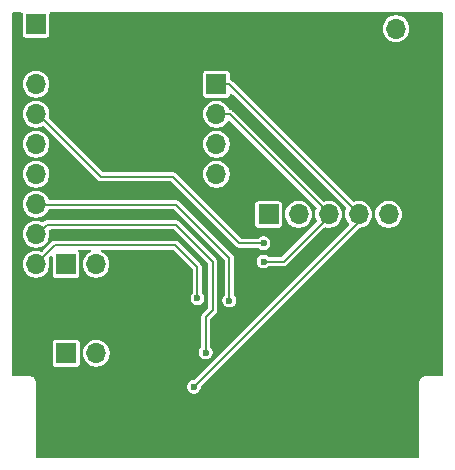
<source format=gbr>
%TF.GenerationSoftware,KiCad,Pcbnew,9.0.0*%
%TF.CreationDate,2025-06-13T13:21:56+01:00*%
%TF.ProjectId,KiCAD_uPicomac3_4,4b694341-445f-4755-9069-636f6d616333,rev?*%
%TF.SameCoordinates,Original*%
%TF.FileFunction,Copper,L2,Bot*%
%TF.FilePolarity,Positive*%
%FSLAX46Y46*%
G04 Gerber Fmt 4.6, Leading zero omitted, Abs format (unit mm)*
G04 Created by KiCad (PCBNEW 9.0.0) date 2025-06-13 13:21:56*
%MOMM*%
%LPD*%
G01*
G04 APERTURE LIST*
%TA.AperFunction,ComponentPad*%
%ADD10R,1.700000X1.700000*%
%TD*%
%TA.AperFunction,ComponentPad*%
%ADD11O,1.700000X1.700000*%
%TD*%
%TA.AperFunction,ViaPad*%
%ADD12C,0.600000*%
%TD*%
%TA.AperFunction,Conductor*%
%ADD13C,0.200000*%
%TD*%
G04 APERTURE END LIST*
D10*
%TO.P,J9,1,Pin_1*%
%TO.N,GND*%
X130680000Y-51179301D03*
D11*
%TO.P,J9,2,Pin_2*%
%TO.N,Net-(D1-A)*%
X133220000Y-51179301D03*
%TD*%
D10*
%TO.P,J6,1,GP2*%
%TO.N,Net-(J1-SCl)*%
X118005000Y-55890000D03*
D11*
%TO.P,J6,2,GP3*%
%TO.N,Net-(J1-STX)*%
X118005000Y-58430000D03*
%TO.P,J6,3,GP4*%
%TO.N,Net-(J2-Pin_5)*%
X118005000Y-60970000D03*
%TO.P,J6,4,GP5*%
%TO.N,Net-(J2-Pin_2)*%
X118005000Y-63510000D03*
%TD*%
D10*
%TO.P,J2,1,Pin_1*%
%TO.N,Net-(J1-3.3v)*%
X122416803Y-66904054D03*
D11*
%TO.P,J2,2,Pin_2*%
%TO.N,Net-(J2-Pin_2)*%
X124956803Y-66904054D03*
%TO.P,J2,3,Pin_3*%
%TO.N,Net-(J1-STX)*%
X127496803Y-66904054D03*
%TO.P,J2,4,Pin_4*%
%TO.N,Net-(J1-SCl)*%
X130036803Y-66904054D03*
%TO.P,J2,5,Pin_5*%
%TO.N,Net-(J2-Pin_5)*%
X132576803Y-66904054D03*
%TO.P,J2,6,Pin_6*%
%TO.N,GND*%
X135116803Y-66904054D03*
%TD*%
D10*
%TO.P,J3,1,5v*%
%TO.N,Net-(D1-K)*%
X102740000Y-50800000D03*
D11*
%TO.P,J3,2,GND*%
%TO.N,GND*%
X102740000Y-53340000D03*
%TO.P,J3,3,3v3*%
%TO.N,Net-(J1-3.3v)*%
X102740000Y-55880000D03*
%TO.P,J3,4,GP29*%
%TO.N,Net-(J1-HS)*%
X102740000Y-58420000D03*
%TO.P,J3,5,GP28*%
%TO.N,Net-(J1-PCl)*%
X102740000Y-60960000D03*
%TO.P,J3,6,GP27*%
%TO.N,Net-(J1-VS)*%
X102740000Y-63500000D03*
%TO.P,J3,7,GP26*%
%TO.N,Net-(J1-B3)*%
X102740000Y-66040000D03*
%TO.P,J3,8,GP15*%
%TO.N,Net-(J1-Reset)*%
X102740000Y-68580000D03*
%TO.P,J3,9,GP14*%
%TO.N,Net-(J1-CS)*%
X102740000Y-71120000D03*
%TD*%
D10*
%TO.P,J4,1,GP10*%
%TO.N,Net-(J4-GP10)*%
X105280000Y-71130549D03*
D11*
%TO.P,J4,2,GP11*%
%TO.N,Net-(J4-GP11)*%
X107820000Y-71130549D03*
%TD*%
D10*
%TO.P,J7,1,Spkr_+*%
%TO.N,Net-(J4-GP10)*%
X105290735Y-78664243D03*
D11*
%TO.P,J7,2,Spkr_-*%
%TO.N,Net-(J4-GP11)*%
X107830735Y-78664243D03*
%TD*%
D12*
%TO.N,GND*%
X119100000Y-75600000D03*
X135400000Y-78600000D03*
X119100000Y-81500000D03*
X133100000Y-78600000D03*
X127600000Y-78600000D03*
X112053611Y-78614687D03*
X121600000Y-78600000D03*
%TO.N,Net-(J1-SCl)*%
X116100000Y-81500000D03*
%TO.N,Net-(J1-CS)*%
X116400000Y-74000000D03*
%TO.N,Net-(J1-B3)*%
X119100000Y-74200000D03*
%TO.N,Net-(J1-Reset)*%
X117100000Y-78600000D03*
%TO.N,Net-(J1-HS)*%
X122000000Y-69350000D03*
%TO.N,Net-(J1-STX)*%
X122000000Y-70900000D03*
%TD*%
D13*
%TO.N,Net-(J2-Pin_2)*%
X124956803Y-66756803D02*
X124956803Y-66904054D01*
%TO.N,Net-(J1-SCl)*%
X119090000Y-55890000D02*
X130036803Y-66836803D01*
X130036803Y-66904054D02*
X130036803Y-67563197D01*
X130036803Y-67563197D02*
X116100000Y-81500000D01*
X118135000Y-55890000D02*
X119090000Y-55890000D01*
X130036803Y-66836803D02*
X130036803Y-66904054D01*
%TO.N,Net-(J1-CS)*%
X114500000Y-69500000D02*
X104360000Y-69500000D01*
X116400000Y-71400000D02*
X114500000Y-69500000D01*
X104360000Y-69500000D02*
X102740000Y-71120000D01*
X116400000Y-74000000D02*
X116400000Y-71400000D01*
%TO.N,Net-(J1-B3)*%
X102930000Y-66100000D02*
X102870000Y-66040000D01*
X114600000Y-66100000D02*
X102930000Y-66100000D01*
X119100000Y-74200000D02*
X119100000Y-70600000D01*
X119100000Y-70600000D02*
X114600000Y-66100000D01*
%TO.N,Net-(J1-Reset)*%
X103650000Y-67800000D02*
X114600000Y-67800000D01*
X117700000Y-70900000D02*
X117700000Y-75000000D01*
X117700000Y-75000000D02*
X117100000Y-75600000D01*
X114600000Y-67800000D02*
X117700000Y-70900000D01*
X117100000Y-75600000D02*
X117100000Y-78600000D01*
X102870000Y-68580000D02*
X103650000Y-67800000D01*
%TO.N,Net-(J1-HS)*%
X102920000Y-58420000D02*
X102870000Y-58420000D01*
X119950000Y-69350000D02*
X114300000Y-63700000D01*
X122000000Y-69350000D02*
X119950000Y-69350000D01*
X114300000Y-63700000D02*
X108200000Y-63700000D01*
X108200000Y-63700000D02*
X102920000Y-58420000D01*
%TO.N,Net-(J1-STX)*%
X118135000Y-58430000D02*
X119130000Y-58430000D01*
X127496803Y-66796803D02*
X127496803Y-66904054D01*
X119130000Y-58430000D02*
X127496803Y-66796803D01*
X122000000Y-70900000D02*
X123700000Y-70900000D01*
X127496803Y-67103197D02*
X127496803Y-66904054D01*
X123700000Y-70900000D02*
X127496803Y-67103197D01*
%TO.N,Net-(J4-GP11)*%
X107830735Y-71141284D02*
X107820000Y-71130549D01*
%TO.N,Net-(J4-GP10)*%
X105290735Y-71141284D02*
X105280000Y-71130549D01*
%TD*%
%TA.AperFunction,Conductor*%
%TO.N,GND*%
G36*
X101552539Y-49820185D02*
G01*
X101598294Y-49872989D01*
X101609500Y-49924500D01*
X101609500Y-51691881D01*
X101612221Y-51715333D01*
X101612221Y-51715335D01*
X101637159Y-51771812D01*
X101654580Y-51811267D01*
X101728733Y-51885420D01*
X101824667Y-51927779D01*
X101848120Y-51930500D01*
X101848121Y-51930500D01*
X103631879Y-51930500D01*
X103631880Y-51930500D01*
X103655333Y-51927779D01*
X103751267Y-51885420D01*
X103825420Y-51811267D01*
X103867779Y-51715333D01*
X103870500Y-51691880D01*
X103870500Y-51090323D01*
X132089500Y-51090323D01*
X132089500Y-51268278D01*
X132117335Y-51444027D01*
X132172325Y-51613266D01*
X132253109Y-51771812D01*
X132357703Y-51915772D01*
X132483529Y-52041598D01*
X132627489Y-52146192D01*
X132702397Y-52184359D01*
X132786034Y-52226975D01*
X132786036Y-52226975D01*
X132786039Y-52226977D01*
X132876752Y-52256451D01*
X132955273Y-52281965D01*
X133131023Y-52309801D01*
X133131028Y-52309801D01*
X133308977Y-52309801D01*
X133484726Y-52281965D01*
X133653961Y-52226977D01*
X133812511Y-52146192D01*
X133956471Y-52041598D01*
X134082297Y-51915772D01*
X134186891Y-51771812D01*
X134267676Y-51613262D01*
X134322664Y-51444027D01*
X134350500Y-51268278D01*
X134350500Y-51090323D01*
X134322664Y-50914574D01*
X134267674Y-50745335D01*
X134186890Y-50586789D01*
X134082297Y-50442830D01*
X133956471Y-50317004D01*
X133812511Y-50212410D01*
X133653965Y-50131626D01*
X133484726Y-50076636D01*
X133308977Y-50048801D01*
X133308972Y-50048801D01*
X133131028Y-50048801D01*
X133131023Y-50048801D01*
X132955273Y-50076636D01*
X132786034Y-50131626D01*
X132627488Y-50212410D01*
X132483527Y-50317005D01*
X132357704Y-50442828D01*
X132253109Y-50586789D01*
X132172325Y-50745335D01*
X132117335Y-50914574D01*
X132089500Y-51090323D01*
X103870500Y-51090323D01*
X103870500Y-49924500D01*
X103890185Y-49857461D01*
X103942989Y-49811706D01*
X103994500Y-49800500D01*
X137075500Y-49800500D01*
X137142539Y-49820185D01*
X137188294Y-49872989D01*
X137199500Y-49924500D01*
X137199500Y-80475500D01*
X137179815Y-80542539D01*
X137127011Y-80588294D01*
X137075500Y-80599500D01*
X135634108Y-80599500D01*
X135506812Y-80633608D01*
X135392686Y-80699500D01*
X135392683Y-80699502D01*
X135299502Y-80792683D01*
X135299500Y-80792686D01*
X135233608Y-80906812D01*
X135199500Y-81034108D01*
X135199500Y-87375500D01*
X135179815Y-87442539D01*
X135127011Y-87488294D01*
X135075500Y-87499500D01*
X102824500Y-87499500D01*
X102757461Y-87479815D01*
X102711706Y-87427011D01*
X102700500Y-87375500D01*
X102700500Y-81423576D01*
X115519500Y-81423576D01*
X115519500Y-81576424D01*
X115559060Y-81724065D01*
X115635484Y-81856435D01*
X115743565Y-81964516D01*
X115875935Y-82040940D01*
X116023576Y-82080500D01*
X116023578Y-82080500D01*
X116176422Y-82080500D01*
X116176424Y-82080500D01*
X116324065Y-82040940D01*
X116456435Y-81964516D01*
X116564516Y-81856435D01*
X116640940Y-81724065D01*
X116680500Y-81576424D01*
X116680500Y-81508970D01*
X116700185Y-81441931D01*
X116716819Y-81421289D01*
X123357609Y-74780499D01*
X130070883Y-68067224D01*
X130132204Y-68033741D01*
X130139164Y-68032434D01*
X130197183Y-68023244D01*
X130301529Y-68006718D01*
X130470764Y-67951730D01*
X130629314Y-67870945D01*
X130773274Y-67766351D01*
X130899100Y-67640525D01*
X131003694Y-67496565D01*
X131084479Y-67338015D01*
X131139467Y-67168780D01*
X131143603Y-67142664D01*
X131167303Y-66993031D01*
X131167303Y-66815076D01*
X131446303Y-66815076D01*
X131446303Y-66993031D01*
X131474138Y-67168780D01*
X131529128Y-67338019D01*
X131585931Y-67449500D01*
X131609912Y-67496565D01*
X131714506Y-67640525D01*
X131840332Y-67766351D01*
X131984292Y-67870945D01*
X132059200Y-67909112D01*
X132142837Y-67951728D01*
X132142839Y-67951728D01*
X132142842Y-67951730D01*
X132233555Y-67981204D01*
X132312076Y-68006718D01*
X132487826Y-68034554D01*
X132487831Y-68034554D01*
X132665780Y-68034554D01*
X132841529Y-68006718D01*
X132894603Y-67989473D01*
X133010764Y-67951730D01*
X133169314Y-67870945D01*
X133313274Y-67766351D01*
X133439100Y-67640525D01*
X133543694Y-67496565D01*
X133624479Y-67338015D01*
X133679467Y-67168780D01*
X133683603Y-67142664D01*
X133707303Y-66993031D01*
X133707303Y-66815076D01*
X133679467Y-66639327D01*
X133639661Y-66516819D01*
X133624479Y-66470093D01*
X133624477Y-66470090D01*
X133624477Y-66470088D01*
X133576259Y-66375455D01*
X133543694Y-66311543D01*
X133439100Y-66167583D01*
X133313274Y-66041757D01*
X133169314Y-65937163D01*
X133010768Y-65856379D01*
X132841529Y-65801389D01*
X132665780Y-65773554D01*
X132665775Y-65773554D01*
X132487831Y-65773554D01*
X132487826Y-65773554D01*
X132312076Y-65801389D01*
X132142837Y-65856379D01*
X131984291Y-65937163D01*
X131840330Y-66041758D01*
X131714507Y-66167581D01*
X131609912Y-66311542D01*
X131529128Y-66470088D01*
X131474138Y-66639327D01*
X131446303Y-66815076D01*
X131167303Y-66815076D01*
X131139467Y-66639327D01*
X131099661Y-66516819D01*
X131084479Y-66470093D01*
X131084477Y-66470090D01*
X131084477Y-66470088D01*
X131036259Y-66375455D01*
X131003694Y-66311543D01*
X130899100Y-66167583D01*
X130773274Y-66041757D01*
X130629314Y-65937163D01*
X130470768Y-65856379D01*
X130301529Y-65801389D01*
X130125780Y-65773554D01*
X130125775Y-65773554D01*
X129947831Y-65773554D01*
X129947826Y-65773554D01*
X129772075Y-65801390D01*
X129772072Y-65801390D01*
X129668803Y-65834945D01*
X129598962Y-65836940D01*
X129542804Y-65804695D01*
X119323633Y-55585525D01*
X119323631Y-55585523D01*
X119236867Y-55535431D01*
X119236865Y-55535430D01*
X119227403Y-55532895D01*
X119167744Y-55496528D01*
X119137216Y-55433680D01*
X119135500Y-55413121D01*
X119135500Y-54998121D01*
X119135500Y-54998120D01*
X119132779Y-54974667D01*
X119090420Y-54878733D01*
X119016267Y-54804580D01*
X118920334Y-54762221D01*
X118896881Y-54759500D01*
X118896880Y-54759500D01*
X117113120Y-54759500D01*
X117113118Y-54759500D01*
X117089666Y-54762221D01*
X117089664Y-54762221D01*
X116993732Y-54804580D01*
X116919580Y-54878732D01*
X116877221Y-54974664D01*
X116877221Y-54974666D01*
X116874500Y-54998118D01*
X116874500Y-56781881D01*
X116877221Y-56805333D01*
X116877221Y-56805335D01*
X116919580Y-56901267D01*
X116993733Y-56975420D01*
X117089667Y-57017779D01*
X117113120Y-57020500D01*
X117113121Y-57020500D01*
X118896879Y-57020500D01*
X118896880Y-57020500D01*
X118920333Y-57017779D01*
X119016267Y-56975420D01*
X119090420Y-56901267D01*
X119132779Y-56805333D01*
X119135500Y-56781880D01*
X119135500Y-56772970D01*
X119155185Y-56705931D01*
X119207989Y-56660176D01*
X119277147Y-56650232D01*
X119340703Y-56679257D01*
X119347181Y-56685289D01*
X128973642Y-66311751D01*
X129007127Y-66373074D01*
X129002143Y-66442766D01*
X128996449Y-66455721D01*
X128989125Y-66470095D01*
X128934139Y-66639323D01*
X128934139Y-66639326D01*
X128906303Y-66815076D01*
X128906303Y-66993031D01*
X128934138Y-67168780D01*
X128989128Y-67338019D01*
X129069912Y-67496565D01*
X129174507Y-67640526D01*
X129210255Y-67676274D01*
X129243740Y-67737597D01*
X129238756Y-67807289D01*
X129210255Y-67851636D01*
X116178711Y-80883181D01*
X116117388Y-80916666D01*
X116091030Y-80919500D01*
X116023576Y-80919500D01*
X115875935Y-80959060D01*
X115875932Y-80959061D01*
X115743568Y-81035482D01*
X115743562Y-81035486D01*
X115635486Y-81143562D01*
X115635482Y-81143568D01*
X115559061Y-81275932D01*
X115559060Y-81275935D01*
X115519500Y-81423576D01*
X102700500Y-81423576D01*
X102700500Y-81034110D01*
X102700500Y-81034108D01*
X102666392Y-80906814D01*
X102600500Y-80792686D01*
X102600495Y-80792681D01*
X102595553Y-80786240D01*
X102598194Y-80784212D01*
X102572129Y-80736477D01*
X102569308Y-80708344D01*
X102570000Y-80660000D01*
X102472124Y-80660000D01*
X102410122Y-80643386D01*
X102393188Y-80633608D01*
X102308323Y-80610869D01*
X102265892Y-80599500D01*
X102265891Y-80599500D01*
X100824500Y-80599500D01*
X100757461Y-80579815D01*
X100711706Y-80527011D01*
X100700500Y-80475500D01*
X100700500Y-77772361D01*
X104160235Y-77772361D01*
X104160235Y-79556124D01*
X104162956Y-79579576D01*
X104162956Y-79579578D01*
X104185721Y-79631134D01*
X104205315Y-79675510D01*
X104279468Y-79749663D01*
X104375402Y-79792022D01*
X104398855Y-79794743D01*
X104398856Y-79794743D01*
X106182614Y-79794743D01*
X106182615Y-79794743D01*
X106206068Y-79792022D01*
X106302002Y-79749663D01*
X106376155Y-79675510D01*
X106418514Y-79579576D01*
X106421235Y-79556123D01*
X106421235Y-78575265D01*
X106700235Y-78575265D01*
X106700235Y-78753220D01*
X106728070Y-78928969D01*
X106783060Y-79098208D01*
X106863844Y-79256754D01*
X106968438Y-79400714D01*
X107094264Y-79526540D01*
X107238224Y-79631134D01*
X107313132Y-79669301D01*
X107396769Y-79711917D01*
X107396771Y-79711917D01*
X107396774Y-79711919D01*
X107487487Y-79741393D01*
X107566008Y-79766907D01*
X107741758Y-79794743D01*
X107741763Y-79794743D01*
X107919712Y-79794743D01*
X108095461Y-79766907D01*
X108148535Y-79749662D01*
X108264696Y-79711919D01*
X108423246Y-79631134D01*
X108567206Y-79526540D01*
X108693032Y-79400714D01*
X108797626Y-79256754D01*
X108878411Y-79098204D01*
X108933399Y-78928969D01*
X108961235Y-78753220D01*
X108961235Y-78575265D01*
X108933399Y-78399516D01*
X108878409Y-78230277D01*
X108829631Y-78134545D01*
X108797626Y-78071732D01*
X108693032Y-77927772D01*
X108567206Y-77801946D01*
X108423246Y-77697352D01*
X108264700Y-77616568D01*
X108095461Y-77561578D01*
X107919712Y-77533743D01*
X107919707Y-77533743D01*
X107741763Y-77533743D01*
X107741758Y-77533743D01*
X107566008Y-77561578D01*
X107396769Y-77616568D01*
X107238223Y-77697352D01*
X107094262Y-77801947D01*
X106968439Y-77927770D01*
X106863844Y-78071731D01*
X106783060Y-78230277D01*
X106728070Y-78399516D01*
X106700235Y-78575265D01*
X106421235Y-78575265D01*
X106421235Y-77772363D01*
X106418514Y-77748910D01*
X106376155Y-77652976D01*
X106302002Y-77578823D01*
X106262946Y-77561578D01*
X106206069Y-77536464D01*
X106182616Y-77533743D01*
X106182615Y-77533743D01*
X104398855Y-77533743D01*
X104398853Y-77533743D01*
X104375401Y-77536464D01*
X104375399Y-77536464D01*
X104279467Y-77578823D01*
X104205315Y-77652975D01*
X104162956Y-77748907D01*
X104162956Y-77748909D01*
X104160235Y-77772361D01*
X100700500Y-77772361D01*
X100700500Y-71031022D01*
X101609500Y-71031022D01*
X101609500Y-71208977D01*
X101637335Y-71384726D01*
X101692325Y-71553965D01*
X101706922Y-71582612D01*
X101773109Y-71712511D01*
X101877703Y-71856471D01*
X102003529Y-71982297D01*
X102147489Y-72086891D01*
X102168191Y-72097439D01*
X102306034Y-72167674D01*
X102306036Y-72167674D01*
X102306039Y-72167676D01*
X102396752Y-72197150D01*
X102475273Y-72222664D01*
X102651023Y-72250500D01*
X102651028Y-72250500D01*
X102828977Y-72250500D01*
X103004726Y-72222664D01*
X103025334Y-72215968D01*
X103173961Y-72167676D01*
X103332511Y-72086891D01*
X103476471Y-71982297D01*
X103602297Y-71856471D01*
X103706891Y-71712511D01*
X103787676Y-71553961D01*
X103842664Y-71384726D01*
X103845865Y-71364513D01*
X103870500Y-71208977D01*
X103870500Y-71031022D01*
X103842664Y-70855273D01*
X103809476Y-70753132D01*
X103792614Y-70701239D01*
X103790620Y-70631400D01*
X103822862Y-70575245D01*
X103937822Y-70460285D01*
X103999142Y-70426803D01*
X104068834Y-70431787D01*
X104124767Y-70473659D01*
X104149184Y-70539123D01*
X104149500Y-70547969D01*
X104149500Y-72022430D01*
X104152221Y-72045882D01*
X104152221Y-72045884D01*
X104174986Y-72097440D01*
X104194580Y-72141816D01*
X104268733Y-72215969D01*
X104364667Y-72258328D01*
X104388120Y-72261049D01*
X104388121Y-72261049D01*
X106171879Y-72261049D01*
X106171880Y-72261049D01*
X106195333Y-72258328D01*
X106291267Y-72215969D01*
X106365420Y-72141816D01*
X106407779Y-72045882D01*
X106410500Y-72022429D01*
X106410500Y-70238669D01*
X106407779Y-70215216D01*
X106365420Y-70119282D01*
X106338319Y-70092181D01*
X106304834Y-70030858D01*
X106309818Y-69961166D01*
X106351690Y-69905233D01*
X106417154Y-69880816D01*
X106426000Y-69880500D01*
X107266720Y-69880500D01*
X107333759Y-69900185D01*
X107379514Y-69952989D01*
X107389458Y-70022147D01*
X107360433Y-70085703D01*
X107323015Y-70114985D01*
X107227488Y-70163658D01*
X107083527Y-70268253D01*
X106957704Y-70394076D01*
X106853109Y-70538037D01*
X106772325Y-70696583D01*
X106717335Y-70865822D01*
X106689500Y-71041571D01*
X106689500Y-71219526D01*
X106717335Y-71395275D01*
X106772325Y-71564514D01*
X106794977Y-71608970D01*
X106853109Y-71723060D01*
X106957703Y-71867020D01*
X107083529Y-71992846D01*
X107227489Y-72097440D01*
X107302397Y-72135607D01*
X107386034Y-72178223D01*
X107386036Y-72178223D01*
X107386039Y-72178225D01*
X107476752Y-72207699D01*
X107555273Y-72233213D01*
X107731023Y-72261049D01*
X107731028Y-72261049D01*
X107908977Y-72261049D01*
X108084726Y-72233213D01*
X108137800Y-72215968D01*
X108253961Y-72178225D01*
X108412511Y-72097440D01*
X108556471Y-71992846D01*
X108682297Y-71867020D01*
X108786891Y-71723060D01*
X108867676Y-71564510D01*
X108922664Y-71395275D01*
X108924335Y-71384726D01*
X108950500Y-71219526D01*
X108950500Y-71041571D01*
X108922664Y-70865822D01*
X108867674Y-70696583D01*
X108805846Y-70575240D01*
X108786891Y-70538038D01*
X108682297Y-70394078D01*
X108556471Y-70268252D01*
X108412511Y-70163658D01*
X108316985Y-70114985D01*
X108266189Y-70067010D01*
X108249394Y-69999189D01*
X108271931Y-69933054D01*
X108326647Y-69889603D01*
X108373280Y-69880500D01*
X114291030Y-69880500D01*
X114358069Y-69900185D01*
X114378711Y-69916819D01*
X115983181Y-71521289D01*
X116016666Y-71582612D01*
X116019500Y-71608970D01*
X116019500Y-73508187D01*
X115999815Y-73575226D01*
X115983181Y-73595868D01*
X115935486Y-73643562D01*
X115935482Y-73643568D01*
X115859061Y-73775932D01*
X115859060Y-73775935D01*
X115819500Y-73923576D01*
X115819500Y-74076424D01*
X115859060Y-74224065D01*
X115935484Y-74356435D01*
X116043565Y-74464516D01*
X116175935Y-74540940D01*
X116323576Y-74580500D01*
X116323578Y-74580500D01*
X116476422Y-74580500D01*
X116476424Y-74580500D01*
X116624065Y-74540940D01*
X116756435Y-74464516D01*
X116864516Y-74356435D01*
X116940940Y-74224065D01*
X116980500Y-74076424D01*
X116980500Y-73923576D01*
X116940940Y-73775935D01*
X116864516Y-73643565D01*
X116816819Y-73595868D01*
X116783334Y-73534545D01*
X116780500Y-73508187D01*
X116780500Y-71349908D01*
X116780500Y-71349906D01*
X116754569Y-71253133D01*
X116704476Y-71166368D01*
X116633632Y-71095524D01*
X114733632Y-69195524D01*
X114733631Y-69195523D01*
X114690249Y-69170477D01*
X114646867Y-69145431D01*
X114550094Y-69119500D01*
X104410094Y-69119500D01*
X104309906Y-69119500D01*
X104213133Y-69145431D01*
X104213131Y-69145431D01*
X104213131Y-69145432D01*
X104126368Y-69195523D01*
X104126366Y-69195525D01*
X103284756Y-70037134D01*
X103223433Y-70070619D01*
X103158757Y-70067384D01*
X103090264Y-70045129D01*
X103004726Y-70017335D01*
X102828977Y-69989500D01*
X102828972Y-69989500D01*
X102651028Y-69989500D01*
X102651023Y-69989500D01*
X102475273Y-70017335D01*
X102306034Y-70072325D01*
X102147488Y-70153109D01*
X102003527Y-70257704D01*
X101877704Y-70383527D01*
X101773109Y-70527488D01*
X101692325Y-70686034D01*
X101637335Y-70855273D01*
X101609500Y-71031022D01*
X100700500Y-71031022D01*
X100700500Y-68491022D01*
X101609500Y-68491022D01*
X101609500Y-68668977D01*
X101637335Y-68844726D01*
X101692325Y-69013965D01*
X101773109Y-69172511D01*
X101877703Y-69316471D01*
X102003529Y-69442297D01*
X102147489Y-69546891D01*
X102200819Y-69574064D01*
X102306034Y-69627674D01*
X102306036Y-69627674D01*
X102306039Y-69627676D01*
X102388521Y-69654476D01*
X102475273Y-69682664D01*
X102651023Y-69710500D01*
X102651028Y-69710500D01*
X102828977Y-69710500D01*
X103004726Y-69682664D01*
X103173961Y-69627676D01*
X103332511Y-69546891D01*
X103476471Y-69442297D01*
X103602297Y-69316471D01*
X103706891Y-69172511D01*
X103787676Y-69013961D01*
X103842664Y-68844726D01*
X103848313Y-68809060D01*
X103870500Y-68668977D01*
X103870500Y-68491022D01*
X103844030Y-68323898D01*
X103852985Y-68254604D01*
X103897981Y-68201153D01*
X103964732Y-68180513D01*
X103966503Y-68180500D01*
X114391030Y-68180500D01*
X114458069Y-68200185D01*
X114478711Y-68216819D01*
X117283181Y-71021289D01*
X117316666Y-71082612D01*
X117319500Y-71108970D01*
X117319500Y-74791030D01*
X117299815Y-74858069D01*
X117283181Y-74878711D01*
X116795525Y-75366366D01*
X116795523Y-75366368D01*
X116745432Y-75453131D01*
X116745431Y-75453133D01*
X116719500Y-75549906D01*
X116719500Y-75549908D01*
X116719500Y-78108187D01*
X116699815Y-78175226D01*
X116683181Y-78195868D01*
X116635486Y-78243562D01*
X116635482Y-78243568D01*
X116559061Y-78375932D01*
X116559060Y-78375935D01*
X116519500Y-78523576D01*
X116519500Y-78676424D01*
X116559060Y-78824065D01*
X116635484Y-78956435D01*
X116743565Y-79064516D01*
X116875935Y-79140940D01*
X117023576Y-79180500D01*
X117023578Y-79180500D01*
X117176422Y-79180500D01*
X117176424Y-79180500D01*
X117324065Y-79140940D01*
X117456435Y-79064516D01*
X117564516Y-78956435D01*
X117640940Y-78824065D01*
X117680500Y-78676424D01*
X117680500Y-78523576D01*
X117640940Y-78375935D01*
X117564516Y-78243565D01*
X117516819Y-78195868D01*
X117483334Y-78134545D01*
X117480500Y-78108187D01*
X117480500Y-75808970D01*
X117500185Y-75741931D01*
X117516819Y-75721289D01*
X117688202Y-75549906D01*
X118004476Y-75233632D01*
X118054569Y-75146868D01*
X118080500Y-75050094D01*
X118080500Y-74949906D01*
X118080500Y-70849906D01*
X118054569Y-70753133D01*
X118054569Y-70753132D01*
X118054569Y-70753131D01*
X118004478Y-70666371D01*
X118004474Y-70666366D01*
X114833631Y-67495523D01*
X114790249Y-67470477D01*
X114746867Y-67445431D01*
X114650094Y-67419500D01*
X103700095Y-67419500D01*
X103599906Y-67419500D01*
X103503133Y-67445431D01*
X103503131Y-67445431D01*
X103503131Y-67445432D01*
X103416365Y-67495525D01*
X103373870Y-67538020D01*
X103312547Y-67571504D01*
X103242855Y-67566519D01*
X103229896Y-67560823D01*
X103173968Y-67532326D01*
X103004726Y-67477335D01*
X102828977Y-67449500D01*
X102828972Y-67449500D01*
X102651028Y-67449500D01*
X102651023Y-67449500D01*
X102475273Y-67477335D01*
X102306034Y-67532325D01*
X102147488Y-67613109D01*
X102003527Y-67717704D01*
X101877704Y-67843527D01*
X101773109Y-67987488D01*
X101692325Y-68146034D01*
X101637335Y-68315273D01*
X101609500Y-68491022D01*
X100700500Y-68491022D01*
X100700500Y-65951022D01*
X101609500Y-65951022D01*
X101609500Y-66128977D01*
X101637335Y-66304726D01*
X101692325Y-66473965D01*
X101730153Y-66548205D01*
X101773109Y-66632511D01*
X101877703Y-66776471D01*
X102003529Y-66902297D01*
X102147489Y-67006891D01*
X102222397Y-67045058D01*
X102306034Y-67087674D01*
X102306036Y-67087674D01*
X102306039Y-67087676D01*
X102396752Y-67117150D01*
X102475273Y-67142664D01*
X102651023Y-67170500D01*
X102651028Y-67170500D01*
X102828977Y-67170500D01*
X103004726Y-67142664D01*
X103173961Y-67087676D01*
X103332511Y-67006891D01*
X103476471Y-66902297D01*
X103602297Y-66776471D01*
X103706891Y-66632511D01*
X103749847Y-66548205D01*
X103797822Y-66497409D01*
X103860332Y-66480500D01*
X114391030Y-66480500D01*
X114458069Y-66500185D01*
X114478711Y-66516819D01*
X118683181Y-70721289D01*
X118716666Y-70782612D01*
X118719500Y-70808970D01*
X118719500Y-73708187D01*
X118699815Y-73775226D01*
X118683181Y-73795868D01*
X118635486Y-73843562D01*
X118635482Y-73843568D01*
X118559061Y-73975932D01*
X118559060Y-73975935D01*
X118519500Y-74123576D01*
X118519500Y-74276424D01*
X118559060Y-74424065D01*
X118635484Y-74556435D01*
X118743565Y-74664516D01*
X118875935Y-74740940D01*
X119023576Y-74780500D01*
X119023578Y-74780500D01*
X119176422Y-74780500D01*
X119176424Y-74780500D01*
X119324065Y-74740940D01*
X119456435Y-74664516D01*
X119564516Y-74556435D01*
X119640940Y-74424065D01*
X119680500Y-74276424D01*
X119680500Y-74123576D01*
X119640940Y-73975935D01*
X119564516Y-73843565D01*
X119516819Y-73795868D01*
X119483334Y-73734545D01*
X119480500Y-73708187D01*
X119480500Y-70549907D01*
X119478801Y-70543568D01*
X119454569Y-70453133D01*
X119454569Y-70453132D01*
X119454569Y-70453131D01*
X119404478Y-70366371D01*
X119404474Y-70366366D01*
X114833631Y-65795523D01*
X114790249Y-65770477D01*
X114746867Y-65745431D01*
X114650094Y-65719500D01*
X114650091Y-65719500D01*
X103914633Y-65719500D01*
X103847594Y-65699815D01*
X103801839Y-65647011D01*
X103796702Y-65633819D01*
X103787674Y-65606034D01*
X103706890Y-65447488D01*
X103602297Y-65303529D01*
X103476471Y-65177703D01*
X103332511Y-65073109D01*
X103173965Y-64992325D01*
X103004726Y-64937335D01*
X102828977Y-64909500D01*
X102828972Y-64909500D01*
X102651028Y-64909500D01*
X102651023Y-64909500D01*
X102475273Y-64937335D01*
X102306034Y-64992325D01*
X102147488Y-65073109D01*
X102003527Y-65177704D01*
X101877704Y-65303527D01*
X101773109Y-65447488D01*
X101692325Y-65606034D01*
X101637335Y-65775273D01*
X101609500Y-65951022D01*
X100700500Y-65951022D01*
X100700500Y-63411022D01*
X101609500Y-63411022D01*
X101609500Y-63588977D01*
X101637335Y-63764726D01*
X101692325Y-63933965D01*
X101766989Y-64080500D01*
X101773109Y-64092511D01*
X101877703Y-64236471D01*
X102003529Y-64362297D01*
X102147489Y-64466891D01*
X102222397Y-64505058D01*
X102306034Y-64547674D01*
X102306036Y-64547674D01*
X102306039Y-64547676D01*
X102336810Y-64557674D01*
X102475273Y-64602664D01*
X102651023Y-64630500D01*
X102651028Y-64630500D01*
X102828977Y-64630500D01*
X103004726Y-64602664D01*
X103173961Y-64547676D01*
X103332511Y-64466891D01*
X103476471Y-64362297D01*
X103602297Y-64236471D01*
X103706891Y-64092511D01*
X103787676Y-63933961D01*
X103842664Y-63764726D01*
X103870500Y-63588977D01*
X103870500Y-63411022D01*
X103842664Y-63235273D01*
X103790925Y-63076039D01*
X103787676Y-63066039D01*
X103787674Y-63066036D01*
X103787674Y-63066034D01*
X103711986Y-62917489D01*
X103706891Y-62907489D01*
X103602297Y-62763529D01*
X103476471Y-62637703D01*
X103332511Y-62533109D01*
X103173965Y-62452325D01*
X103004726Y-62397335D01*
X102828977Y-62369500D01*
X102828972Y-62369500D01*
X102651028Y-62369500D01*
X102651023Y-62369500D01*
X102475273Y-62397335D01*
X102306034Y-62452325D01*
X102147488Y-62533109D01*
X102003527Y-62637704D01*
X101877704Y-62763527D01*
X101773109Y-62907488D01*
X101692325Y-63066034D01*
X101637335Y-63235273D01*
X101609500Y-63411022D01*
X100700500Y-63411022D01*
X100700500Y-60871022D01*
X101609500Y-60871022D01*
X101609500Y-61048977D01*
X101637335Y-61224726D01*
X101692325Y-61393965D01*
X101773109Y-61552511D01*
X101877703Y-61696471D01*
X102003529Y-61822297D01*
X102147489Y-61926891D01*
X102222397Y-61965058D01*
X102306034Y-62007674D01*
X102306036Y-62007674D01*
X102306039Y-62007676D01*
X102336810Y-62017674D01*
X102475273Y-62062664D01*
X102651023Y-62090500D01*
X102651028Y-62090500D01*
X102828977Y-62090500D01*
X103004726Y-62062664D01*
X103173961Y-62007676D01*
X103332511Y-61926891D01*
X103476471Y-61822297D01*
X103602297Y-61696471D01*
X103706891Y-61552511D01*
X103787676Y-61393961D01*
X103842664Y-61224726D01*
X103870500Y-61048977D01*
X103870500Y-60871022D01*
X103842664Y-60695273D01*
X103790925Y-60536039D01*
X103787676Y-60526039D01*
X103787674Y-60526036D01*
X103787674Y-60526034D01*
X103711986Y-60377489D01*
X103706891Y-60367489D01*
X103602297Y-60223529D01*
X103476471Y-60097703D01*
X103332511Y-59993109D01*
X103173965Y-59912325D01*
X103004726Y-59857335D01*
X102828977Y-59829500D01*
X102828972Y-59829500D01*
X102651028Y-59829500D01*
X102651023Y-59829500D01*
X102475273Y-59857335D01*
X102306034Y-59912325D01*
X102147488Y-59993109D01*
X102003527Y-60097704D01*
X101877704Y-60223527D01*
X101773109Y-60367488D01*
X101692325Y-60526034D01*
X101637335Y-60695273D01*
X101609500Y-60871022D01*
X100700500Y-60871022D01*
X100700500Y-58331022D01*
X101609500Y-58331022D01*
X101609500Y-58508977D01*
X101637335Y-58684726D01*
X101692325Y-58853965D01*
X101767737Y-59001968D01*
X101773109Y-59012511D01*
X101877703Y-59156471D01*
X102003529Y-59282297D01*
X102147489Y-59386891D01*
X102216981Y-59422299D01*
X102306034Y-59467674D01*
X102306036Y-59467674D01*
X102306039Y-59467676D01*
X102336810Y-59477674D01*
X102475273Y-59522664D01*
X102651023Y-59550500D01*
X102651028Y-59550500D01*
X102828977Y-59550500D01*
X103004726Y-59522664D01*
X103173961Y-59467676D01*
X103263019Y-59422298D01*
X103331686Y-59409402D01*
X103396427Y-59435678D01*
X103406994Y-59445102D01*
X107966368Y-64004476D01*
X108053133Y-64054569D01*
X108149906Y-64080500D01*
X108250095Y-64080500D01*
X114091030Y-64080500D01*
X114158069Y-64100185D01*
X114178711Y-64116819D01*
X119645524Y-69583632D01*
X119716368Y-69654476D01*
X119803133Y-69704569D01*
X119899906Y-69730500D01*
X121508187Y-69730500D01*
X121575226Y-69750185D01*
X121595868Y-69766819D01*
X121643565Y-69814516D01*
X121775935Y-69890940D01*
X121923576Y-69930500D01*
X121923578Y-69930500D01*
X122076422Y-69930500D01*
X122076424Y-69930500D01*
X122224065Y-69890940D01*
X122356435Y-69814516D01*
X122464516Y-69706435D01*
X122540940Y-69574065D01*
X122580500Y-69426424D01*
X122580500Y-69273576D01*
X122540940Y-69125935D01*
X122464516Y-68993565D01*
X122356435Y-68885484D01*
X122224065Y-68809060D01*
X122076424Y-68769500D01*
X121923576Y-68769500D01*
X121775935Y-68809060D01*
X121775932Y-68809061D01*
X121643568Y-68885482D01*
X121643562Y-68885486D01*
X121595868Y-68933181D01*
X121534545Y-68966666D01*
X121508187Y-68969500D01*
X120158970Y-68969500D01*
X120091931Y-68949815D01*
X120071289Y-68933181D01*
X117150280Y-66012172D01*
X121286303Y-66012172D01*
X121286303Y-67795935D01*
X121289024Y-67819387D01*
X121289024Y-67819389D01*
X121311789Y-67870945D01*
X121331383Y-67915321D01*
X121405536Y-67989474D01*
X121501470Y-68031833D01*
X121524923Y-68034554D01*
X121524924Y-68034554D01*
X123308682Y-68034554D01*
X123308683Y-68034554D01*
X123332136Y-68031833D01*
X123428070Y-67989474D01*
X123502223Y-67915321D01*
X123544582Y-67819387D01*
X123547303Y-67795934D01*
X123547303Y-66815076D01*
X123826303Y-66815076D01*
X123826303Y-66993031D01*
X123854138Y-67168780D01*
X123909128Y-67338019D01*
X123965931Y-67449500D01*
X123989912Y-67496565D01*
X124094506Y-67640525D01*
X124220332Y-67766351D01*
X124364292Y-67870945D01*
X124439200Y-67909112D01*
X124522837Y-67951728D01*
X124522839Y-67951728D01*
X124522842Y-67951730D01*
X124613555Y-67981204D01*
X124692076Y-68006718D01*
X124867826Y-68034554D01*
X124867831Y-68034554D01*
X125045780Y-68034554D01*
X125221529Y-68006718D01*
X125274603Y-67989473D01*
X125390764Y-67951730D01*
X125549314Y-67870945D01*
X125693274Y-67766351D01*
X125819100Y-67640525D01*
X125923694Y-67496565D01*
X126004479Y-67338015D01*
X126059467Y-67168780D01*
X126063603Y-67142664D01*
X126087303Y-66993031D01*
X126087303Y-66815076D01*
X126059467Y-66639327D01*
X126019661Y-66516819D01*
X126004479Y-66470093D01*
X126004477Y-66470090D01*
X126004477Y-66470088D01*
X125956259Y-66375455D01*
X125923694Y-66311543D01*
X125819100Y-66167583D01*
X125693274Y-66041757D01*
X125549314Y-65937163D01*
X125390768Y-65856379D01*
X125221529Y-65801389D01*
X125045780Y-65773554D01*
X125045775Y-65773554D01*
X124867831Y-65773554D01*
X124867826Y-65773554D01*
X124692076Y-65801389D01*
X124522837Y-65856379D01*
X124364291Y-65937163D01*
X124220330Y-66041758D01*
X124094507Y-66167581D01*
X123989912Y-66311542D01*
X123909128Y-66470088D01*
X123854138Y-66639327D01*
X123826303Y-66815076D01*
X123547303Y-66815076D01*
X123547303Y-66012174D01*
X123544582Y-65988721D01*
X123502223Y-65892787D01*
X123428070Y-65818634D01*
X123332137Y-65776275D01*
X123308684Y-65773554D01*
X123308683Y-65773554D01*
X121524923Y-65773554D01*
X121524921Y-65773554D01*
X121501469Y-65776275D01*
X121501467Y-65776275D01*
X121405535Y-65818634D01*
X121331383Y-65892786D01*
X121289024Y-65988718D01*
X121289024Y-65988720D01*
X121286303Y-66012172D01*
X117150280Y-66012172D01*
X114559130Y-63421022D01*
X116874500Y-63421022D01*
X116874500Y-63598977D01*
X116902335Y-63774726D01*
X116957325Y-63943965D01*
X117013680Y-64054567D01*
X117038109Y-64102511D01*
X117142703Y-64246471D01*
X117268529Y-64372297D01*
X117412489Y-64476891D01*
X117487397Y-64515058D01*
X117571034Y-64557674D01*
X117571036Y-64557674D01*
X117571039Y-64557676D01*
X117661752Y-64587150D01*
X117740273Y-64612664D01*
X117916023Y-64640500D01*
X117916028Y-64640500D01*
X118093977Y-64640500D01*
X118269726Y-64612664D01*
X118438961Y-64557676D01*
X118597511Y-64476891D01*
X118741471Y-64372297D01*
X118867297Y-64246471D01*
X118971891Y-64102511D01*
X119052676Y-63943961D01*
X119107664Y-63774726D01*
X119109248Y-63764726D01*
X119135500Y-63598977D01*
X119135500Y-63421022D01*
X119107664Y-63245273D01*
X119052674Y-63076034D01*
X118971890Y-62917488D01*
X118867297Y-62773529D01*
X118741471Y-62647703D01*
X118597511Y-62543109D01*
X118577885Y-62533109D01*
X118438965Y-62462325D01*
X118269726Y-62407335D01*
X118093977Y-62379500D01*
X118093972Y-62379500D01*
X117916028Y-62379500D01*
X117916023Y-62379500D01*
X117740273Y-62407335D01*
X117571034Y-62462325D01*
X117412488Y-62543109D01*
X117268527Y-62647704D01*
X117142704Y-62773527D01*
X117038109Y-62917488D01*
X116957325Y-63076034D01*
X116902335Y-63245273D01*
X116874500Y-63421022D01*
X114559130Y-63421022D01*
X114533631Y-63395523D01*
X114490249Y-63370477D01*
X114446867Y-63345431D01*
X114350094Y-63319500D01*
X114350091Y-63319500D01*
X108408970Y-63319500D01*
X108341931Y-63299815D01*
X108321289Y-63283181D01*
X105919130Y-60881022D01*
X116874500Y-60881022D01*
X116874500Y-61058977D01*
X116902335Y-61234726D01*
X116957325Y-61403965D01*
X117033014Y-61552511D01*
X117038109Y-61562511D01*
X117142703Y-61706471D01*
X117268529Y-61832297D01*
X117412489Y-61936891D01*
X117487397Y-61975058D01*
X117571034Y-62017674D01*
X117571036Y-62017674D01*
X117571039Y-62017676D01*
X117661752Y-62047150D01*
X117740273Y-62072664D01*
X117916023Y-62100500D01*
X117916028Y-62100500D01*
X118093977Y-62100500D01*
X118269726Y-62072664D01*
X118438961Y-62017676D01*
X118597511Y-61936891D01*
X118741471Y-61832297D01*
X118867297Y-61706471D01*
X118971891Y-61562511D01*
X119052676Y-61403961D01*
X119107664Y-61234726D01*
X119109248Y-61224726D01*
X119135500Y-61058977D01*
X119135500Y-60881022D01*
X119107664Y-60705273D01*
X119052674Y-60536034D01*
X118971890Y-60377488D01*
X118867297Y-60233529D01*
X118741471Y-60107703D01*
X118597511Y-60003109D01*
X118577885Y-59993109D01*
X118438965Y-59922325D01*
X118269726Y-59867335D01*
X118093977Y-59839500D01*
X118093972Y-59839500D01*
X117916028Y-59839500D01*
X117916023Y-59839500D01*
X117740273Y-59867335D01*
X117571034Y-59922325D01*
X117412488Y-60003109D01*
X117268527Y-60107704D01*
X117142704Y-60233527D01*
X117038109Y-60377488D01*
X116957325Y-60536034D01*
X116902335Y-60705273D01*
X116874500Y-60881022D01*
X105919130Y-60881022D01*
X103867008Y-58828900D01*
X103833523Y-58767577D01*
X103836757Y-58702903D01*
X103842664Y-58684726D01*
X103857847Y-58588860D01*
X103870500Y-58508977D01*
X103870500Y-58341022D01*
X116874500Y-58341022D01*
X116874500Y-58518977D01*
X116902335Y-58694726D01*
X116957325Y-58863965D01*
X117009599Y-58966557D01*
X117038109Y-59022511D01*
X117142703Y-59166471D01*
X117268529Y-59292297D01*
X117412489Y-59396891D01*
X117462355Y-59422299D01*
X117571034Y-59477674D01*
X117571036Y-59477674D01*
X117571039Y-59477676D01*
X117661752Y-59507150D01*
X117740273Y-59532664D01*
X117916023Y-59560500D01*
X117916028Y-59560500D01*
X118093977Y-59560500D01*
X118269726Y-59532664D01*
X118438961Y-59477676D01*
X118597511Y-59396891D01*
X118741471Y-59292297D01*
X118867297Y-59166471D01*
X118971891Y-59022511D01*
X118971891Y-59022510D01*
X118974755Y-59018569D01*
X118976230Y-59019641D01*
X119022231Y-58977999D01*
X119091158Y-58966557D01*
X119155328Y-58994195D01*
X119163859Y-59001967D01*
X122809594Y-62647703D01*
X126447144Y-66285253D01*
X126480629Y-66346576D01*
X126475645Y-66416268D01*
X126469948Y-66429228D01*
X126449125Y-66470094D01*
X126449125Y-66470096D01*
X126394139Y-66639323D01*
X126394139Y-66639326D01*
X126366303Y-66815076D01*
X126366303Y-66993031D01*
X126394138Y-67168780D01*
X126449129Y-67338022D01*
X126500964Y-67439754D01*
X126513860Y-67508423D01*
X126487583Y-67573163D01*
X126478160Y-67583729D01*
X123578711Y-70483181D01*
X123517388Y-70516666D01*
X123491030Y-70519500D01*
X122491813Y-70519500D01*
X122424774Y-70499815D01*
X122404132Y-70483181D01*
X122356437Y-70435486D01*
X122356435Y-70435484D01*
X122236723Y-70366368D01*
X122224067Y-70359061D01*
X122224066Y-70359060D01*
X122224065Y-70359060D01*
X122076424Y-70319500D01*
X121923576Y-70319500D01*
X121775935Y-70359060D01*
X121775932Y-70359061D01*
X121643568Y-70435482D01*
X121643562Y-70435486D01*
X121535486Y-70543562D01*
X121535482Y-70543568D01*
X121459061Y-70675932D01*
X121459060Y-70675935D01*
X121419500Y-70823576D01*
X121419500Y-70976424D01*
X121459060Y-71124065D01*
X121535484Y-71256435D01*
X121643565Y-71364516D01*
X121775935Y-71440940D01*
X121923576Y-71480500D01*
X121923578Y-71480500D01*
X122076422Y-71480500D01*
X122076424Y-71480500D01*
X122224065Y-71440940D01*
X122356435Y-71364516D01*
X122404132Y-71316819D01*
X122465455Y-71283334D01*
X122491813Y-71280500D01*
X123750091Y-71280500D01*
X123750094Y-71280500D01*
X123846867Y-71254569D01*
X123933632Y-71204476D01*
X127102352Y-68035754D01*
X127163673Y-68002271D01*
X127228349Y-68005506D01*
X127232077Y-68006718D01*
X127253289Y-68010077D01*
X127407826Y-68034554D01*
X127407831Y-68034554D01*
X127585780Y-68034554D01*
X127761529Y-68006718D01*
X127814603Y-67989473D01*
X127930764Y-67951730D01*
X128089314Y-67870945D01*
X128233274Y-67766351D01*
X128359100Y-67640525D01*
X128463694Y-67496565D01*
X128544479Y-67338015D01*
X128599467Y-67168780D01*
X128603603Y-67142664D01*
X128627303Y-66993031D01*
X128627303Y-66815076D01*
X128599467Y-66639327D01*
X128559661Y-66516819D01*
X128544479Y-66470093D01*
X128544477Y-66470090D01*
X128544477Y-66470088D01*
X128496259Y-66375455D01*
X128463694Y-66311543D01*
X128359100Y-66167583D01*
X128233274Y-66041757D01*
X128089314Y-65937163D01*
X127930768Y-65856379D01*
X127761529Y-65801389D01*
X127585780Y-65773554D01*
X127585775Y-65773554D01*
X127407831Y-65773554D01*
X127407826Y-65773554D01*
X127232078Y-65801389D01*
X127158992Y-65825136D01*
X127089150Y-65827130D01*
X127032994Y-65794885D01*
X119363633Y-58125525D01*
X119363631Y-58125523D01*
X119320249Y-58100477D01*
X119276867Y-58075431D01*
X119180094Y-58049500D01*
X119180091Y-58049500D01*
X119155903Y-58049500D01*
X119088864Y-58029815D01*
X119045418Y-57981795D01*
X118971890Y-57837488D01*
X118867297Y-57693529D01*
X118741471Y-57567703D01*
X118597511Y-57463109D01*
X118577885Y-57453109D01*
X118438965Y-57382325D01*
X118269726Y-57327335D01*
X118093977Y-57299500D01*
X118093972Y-57299500D01*
X117916028Y-57299500D01*
X117916023Y-57299500D01*
X117740273Y-57327335D01*
X117571034Y-57382325D01*
X117412488Y-57463109D01*
X117268527Y-57567704D01*
X117142704Y-57693527D01*
X117038109Y-57837488D01*
X116957325Y-57996034D01*
X116902335Y-58165273D01*
X116874500Y-58341022D01*
X103870500Y-58341022D01*
X103870500Y-58331022D01*
X103842664Y-58155273D01*
X103790925Y-57996039D01*
X103787676Y-57986039D01*
X103787674Y-57986036D01*
X103787674Y-57986034D01*
X103711986Y-57837489D01*
X103706891Y-57827489D01*
X103602297Y-57683529D01*
X103476471Y-57557703D01*
X103332511Y-57453109D01*
X103173965Y-57372325D01*
X103004726Y-57317335D01*
X102828977Y-57289500D01*
X102828972Y-57289500D01*
X102651028Y-57289500D01*
X102651023Y-57289500D01*
X102475273Y-57317335D01*
X102306034Y-57372325D01*
X102147488Y-57453109D01*
X102003527Y-57557704D01*
X101877704Y-57683527D01*
X101773109Y-57827488D01*
X101692325Y-57986034D01*
X101637335Y-58155273D01*
X101609500Y-58331022D01*
X100700500Y-58331022D01*
X100700500Y-55791022D01*
X101609500Y-55791022D01*
X101609500Y-55968977D01*
X101637335Y-56144726D01*
X101692325Y-56313965D01*
X101773109Y-56472511D01*
X101877703Y-56616471D01*
X102003529Y-56742297D01*
X102147489Y-56846891D01*
X102222397Y-56885058D01*
X102306034Y-56927674D01*
X102306036Y-56927674D01*
X102306039Y-56927676D01*
X102396752Y-56957150D01*
X102475273Y-56982664D01*
X102651023Y-57010500D01*
X102651028Y-57010500D01*
X102828977Y-57010500D01*
X103004726Y-56982664D01*
X103173961Y-56927676D01*
X103332511Y-56846891D01*
X103476471Y-56742297D01*
X103602297Y-56616471D01*
X103706891Y-56472511D01*
X103787676Y-56313961D01*
X103842664Y-56144726D01*
X103870500Y-55968977D01*
X103870500Y-55791022D01*
X103842664Y-55615273D01*
X103787674Y-55446034D01*
X103706890Y-55287488D01*
X103602297Y-55143529D01*
X103476471Y-55017703D01*
X103332511Y-54913109D01*
X103173965Y-54832325D01*
X103004726Y-54777335D01*
X102828977Y-54749500D01*
X102828972Y-54749500D01*
X102651028Y-54749500D01*
X102651023Y-54749500D01*
X102475273Y-54777335D01*
X102306034Y-54832325D01*
X102147488Y-54913109D01*
X102003527Y-55017704D01*
X101877704Y-55143527D01*
X101773109Y-55287488D01*
X101692325Y-55446034D01*
X101637335Y-55615273D01*
X101609500Y-55791022D01*
X100700500Y-55791022D01*
X100700500Y-49924500D01*
X100720185Y-49857461D01*
X100772989Y-49811706D01*
X100824500Y-49800500D01*
X101485500Y-49800500D01*
X101552539Y-49820185D01*
G37*
%TD.AperFunction*%
%TD*%
M02*

</source>
